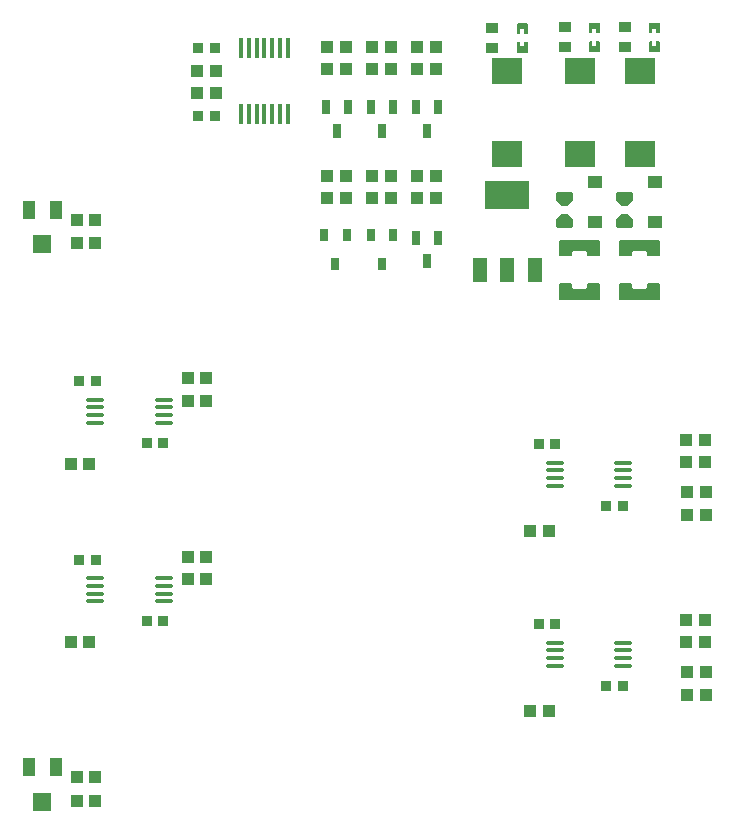
<source format=gbp>
G04 Layer: BottomPasteMaskLayer*
G04 EasyEDA v6.5.34, 2023-09-22 05:43:39*
G04 5a9e321870784d179380c5b7005af72b,5a6b42c53f6a479593ecc07194224c93,10*
G04 Gerber Generator version 0.2*
G04 Scale: 100 percent, Rotated: No, Reflected: No *
G04 Dimensions in millimeters *
G04 leading zeros omitted , absolute positions ,4 integer and 5 decimal *
%FSLAX45Y45*%
%MOMM*%

%AMMACRO1*21,1,$1,$2,0,0,$3*%
%ADD10MACRO1,1X1.1X0.0000*%
%ADD11MACRO1,0.4X1.7X0.0000*%
%ADD12MACRO1,0.8X0.9X0.0000*%
%ADD13MACRO1,0.7X1.25X0.0000*%
%ADD14MACRO1,1.25X0.7X90.0000*%
%ADD15MACRO1,1.07X0.6X90.0000*%
%ADD16MACRO1,1.1001X1.5999X0.0000*%
%ADD17MACRO1,1.6002X1.5999X0.0000*%
%ADD18MACRO1,1.0998X1.5999X0.0000*%
%ADD19MACRO1,2.3X3.8X90.0000*%
%ADD20MACRO1,2X1.2X90.0000*%
%ADD21O,1.499997X0.3999992*%
%ADD22MACRO1,0.7999X0.9X0.0000*%
%ADD23MACRO1,0.95X1.15X-90.0000*%
%ADD24R,2.5920X2.2075*%
%ADD25MACRO1,2.592X2.2075X0.0000*%
%ADD26MACRO1,1X0.8999X0.0000*%
%ADD27C,0.0159*%

%LPD*%
G36*
X-1307185Y3815435D02*
G01*
X-1317193Y3805428D01*
X-1317193Y3736695D01*
X-1270406Y3698189D01*
X-1226312Y3698189D01*
X-1179525Y3736695D01*
X-1179525Y3805428D01*
X-1189482Y3815435D01*
G37*
G36*
X-1270406Y3626154D02*
G01*
X-1317193Y3587648D01*
X-1317193Y3518915D01*
X-1307185Y3508908D01*
X-1189482Y3508908D01*
X-1179525Y3518915D01*
X-1179525Y3587648D01*
X-1226312Y3626154D01*
G37*
G36*
X-799185Y3815435D02*
G01*
X-809193Y3805428D01*
X-809193Y3736695D01*
X-762406Y3698189D01*
X-718312Y3698189D01*
X-671525Y3736695D01*
X-671525Y3805428D01*
X-681482Y3815435D01*
G37*
G36*
X-762406Y3626154D02*
G01*
X-809193Y3587648D01*
X-809193Y3518915D01*
X-799185Y3508908D01*
X-681482Y3508908D01*
X-671525Y3518915D01*
X-671525Y3587648D01*
X-718312Y3626154D01*
G37*
G36*
X-1643989Y5083606D02*
G01*
X-1649018Y5078577D01*
X-1649018Y4998618D01*
X-1643989Y4993589D01*
X-1564030Y4993589D01*
X-1559001Y4998618D01*
X-1559001Y5078577D01*
X-1564030Y5083606D01*
X-1588211Y5083606D01*
X-1588211Y5046573D01*
X-1621231Y5046573D01*
X-1621231Y5083606D01*
G37*
G36*
X-1643989Y5242610D02*
G01*
X-1649018Y5237581D01*
X-1649018Y5158587D01*
X-1643989Y5153609D01*
X-1621231Y5153609D01*
X-1621231Y5191607D01*
X-1588211Y5191607D01*
X-1588211Y5153609D01*
X-1564030Y5153609D01*
X-1559001Y5158587D01*
X-1559001Y5237581D01*
X-1564030Y5242610D01*
G37*
G36*
X-1034338Y5088178D02*
G01*
X-1039368Y5083149D01*
X-1039368Y5003190D01*
X-1034338Y4998161D01*
X-954379Y4998161D01*
X-949350Y5003190D01*
X-949350Y5083149D01*
X-954379Y5088178D01*
X-978560Y5088178D01*
X-978560Y5051145D01*
X-1011580Y5051145D01*
X-1011580Y5088178D01*
G37*
G36*
X-1034338Y5247182D02*
G01*
X-1039368Y5242153D01*
X-1039368Y5163159D01*
X-1034338Y5158181D01*
X-1011580Y5158181D01*
X-1011580Y5196179D01*
X-978560Y5196179D01*
X-978560Y5158181D01*
X-954379Y5158181D01*
X-949350Y5163159D01*
X-949350Y5242153D01*
X-954379Y5247182D01*
G37*
G36*
X-526338Y5088178D02*
G01*
X-531368Y5083149D01*
X-531368Y5003190D01*
X-526338Y4998161D01*
X-446379Y4998161D01*
X-441350Y5003190D01*
X-441350Y5083149D01*
X-446379Y5088178D01*
X-470560Y5088178D01*
X-470560Y5051145D01*
X-503580Y5051145D01*
X-503580Y5088178D01*
G37*
G36*
X-526338Y5247182D02*
G01*
X-531368Y5242153D01*
X-531368Y5163159D01*
X-526338Y5158181D01*
X-503580Y5158181D01*
X-503580Y5196179D01*
X-470560Y5196179D01*
X-470560Y5158181D01*
X-446379Y5158181D01*
X-441350Y5163159D01*
X-441350Y5242153D01*
X-446379Y5247182D01*
G37*
G36*
X-1286306Y3409848D02*
G01*
X-1296314Y3399840D01*
X-1296314Y3279190D01*
X-1286306Y3269183D01*
X-1190853Y3269183D01*
X-1180846Y3279190D01*
X-1180846Y3306978D01*
X-1170838Y3316986D01*
X-1071880Y3316986D01*
X-1061872Y3306978D01*
X-1061872Y3279190D01*
X-1051864Y3269183D01*
X-956411Y3269183D01*
X-946403Y3279190D01*
X-946403Y3399840D01*
X-956411Y3409848D01*
G37*
G36*
X-1286306Y3039160D02*
G01*
X-1296314Y3029153D01*
X-1296314Y2908503D01*
X-1286306Y2898495D01*
X-956411Y2898495D01*
X-946403Y2908503D01*
X-946403Y3029153D01*
X-956411Y3039160D01*
X-1051864Y3039160D01*
X-1061872Y3029153D01*
X-1061872Y3001365D01*
X-1071880Y2991358D01*
X-1170838Y2991358D01*
X-1180846Y3001365D01*
X-1180846Y3029153D01*
X-1190853Y3039160D01*
G37*
G36*
X-778306Y3409848D02*
G01*
X-788314Y3399840D01*
X-788314Y3279190D01*
X-778306Y3269183D01*
X-682853Y3269183D01*
X-672846Y3279190D01*
X-672846Y3306978D01*
X-662838Y3316986D01*
X-563880Y3316986D01*
X-553872Y3306978D01*
X-553872Y3279190D01*
X-543864Y3269183D01*
X-448411Y3269183D01*
X-438404Y3279190D01*
X-438404Y3399840D01*
X-448411Y3409848D01*
G37*
G36*
X-778306Y3039160D02*
G01*
X-788314Y3029153D01*
X-788314Y2908503D01*
X-778306Y2898495D01*
X-448411Y2898495D01*
X-438404Y2908503D01*
X-438404Y3029153D01*
X-448411Y3039160D01*
X-543864Y3039160D01*
X-553872Y3029153D01*
X-553872Y3001365D01*
X-563880Y2991358D01*
X-662838Y2991358D01*
X-672846Y3001365D01*
X-672846Y3029153D01*
X-682853Y3039160D01*
G37*
D10*
G01*
X-2713992Y4851400D03*
G01*
X-2873992Y4851400D03*
G01*
X-2332992Y4851400D03*
G01*
X-2492992Y4851400D03*
G01*
X-2713992Y5041900D03*
G01*
X-2873992Y5041900D03*
G01*
X-2332992Y5041900D03*
G01*
X-2492992Y5041900D03*
D11*
G01*
X-3983403Y5029809D03*
G01*
X-3918404Y5029809D03*
G01*
X-3853406Y5029809D03*
G01*
X-3788407Y5029809D03*
G01*
X-3723408Y5029809D03*
G01*
X-3658410Y5029809D03*
G01*
X-3593411Y5029809D03*
G01*
X-3593411Y4469790D03*
G01*
X-3658410Y4469790D03*
G01*
X-3723408Y4469790D03*
G01*
X-3788407Y4469790D03*
G01*
X-3853406Y4469790D03*
G01*
X-3918404Y4469790D03*
G01*
X-3983403Y4469790D03*
D12*
G01*
X-4209896Y4457700D03*
G01*
X-4349894Y4457700D03*
D13*
G01*
X-3269995Y4532299D03*
G01*
X-3080003Y4532299D03*
G01*
X-3174999Y4332300D03*
G01*
X-2888995Y4532299D03*
G01*
X-2699003Y4532299D03*
G01*
X-2793999Y4332300D03*
D14*
G01*
X-2413001Y4332300D03*
G01*
X-2507994Y4532299D03*
G01*
X-2318003Y4532299D03*
D15*
G01*
X-3282695Y3450899D03*
G01*
X-3092703Y3450899D03*
G01*
X-3187699Y3203900D03*
G01*
X-2888995Y3450899D03*
G01*
X-2699003Y3450899D03*
G01*
X-2793999Y3203900D03*
D14*
G01*
X-2507995Y3427399D03*
G01*
X-2318005Y3427399D03*
G01*
X-2413001Y3227400D03*
D10*
G01*
X-4199892Y4838700D03*
G01*
X-4359892Y4838700D03*
G01*
X-4199892Y4648200D03*
G01*
X-4359892Y4648200D03*
D12*
G01*
X-4209896Y5029200D03*
G01*
X-4349894Y5029200D03*
D10*
G01*
X-3094992Y5041900D03*
G01*
X-3254992Y5041900D03*
G01*
X-3094992Y4851400D03*
G01*
X-3254992Y4851400D03*
G01*
X-3094992Y3949700D03*
G01*
X-3254992Y3949700D03*
G01*
X-3094992Y3759200D03*
G01*
X-3254992Y3759200D03*
G01*
X-2713992Y3949700D03*
G01*
X-2873992Y3949700D03*
G01*
X-2713992Y3759200D03*
G01*
X-2873992Y3759200D03*
G01*
X-2332992Y3949700D03*
G01*
X-2492992Y3949700D03*
G01*
X-2332992Y3759200D03*
G01*
X-2492992Y3759200D03*
G01*
X-5219702Y3378200D03*
G01*
X-5379702Y3378200D03*
D16*
G01*
X-5782995Y-1059700D03*
D17*
G01*
X-5668022Y-1349717D03*
D18*
G01*
X-5553036Y-1059700D03*
D10*
G01*
X-5219702Y-1344396D03*
G01*
X-5379702Y-1344396D03*
G01*
X-5219702Y-1143000D03*
G01*
X-5379702Y-1143000D03*
G01*
X-5219702Y3579596D03*
G01*
X-5379702Y3579596D03*
G01*
X-4279902Y723900D03*
G01*
X-4439902Y723900D03*
G01*
X-4439917Y533400D03*
G01*
X-4279917Y533400D03*
G01*
X-4439917Y2044700D03*
G01*
X-4279917Y2044700D03*
G01*
X-4279902Y2235200D03*
G01*
X-4439902Y2235200D03*
G01*
X-59692Y1714500D03*
G01*
X-219692Y1714500D03*
G01*
X-59692Y1524000D03*
G01*
X-219692Y1524000D03*
G01*
X-46992Y1270000D03*
G01*
X-206992Y1270000D03*
G01*
X-46992Y1079500D03*
G01*
X-206992Y1079500D03*
G01*
X-59692Y0D03*
G01*
X-219692Y0D03*
G01*
X-59692Y190500D03*
G01*
X-219692Y190500D03*
G01*
X-46992Y-444500D03*
G01*
X-206992Y-444500D03*
G01*
X-46992Y-254000D03*
G01*
X-206992Y-254000D03*
D19*
G01*
X-1731009Y3784598D03*
D20*
G01*
X-1731009Y3149600D03*
G01*
X-1961006Y3149600D03*
G01*
X-1501012Y3149600D03*
D16*
G01*
X-5782995Y3662895D03*
D17*
G01*
X-5668022Y3372878D03*
D18*
G01*
X-5553036Y3662895D03*
D21*
G01*
X-751408Y1519936D03*
G01*
X-1331391Y1324863D03*
G01*
X-1331391Y1389887D03*
G01*
X-1331391Y1454912D03*
G01*
X-1331391Y1519936D03*
G01*
X-751408Y1324863D03*
G01*
X-751408Y1389887D03*
G01*
X-751408Y1454912D03*
D12*
G01*
X-755496Y1155700D03*
G01*
X-895494Y1155700D03*
D22*
G01*
X-1466999Y1676400D03*
D12*
G01*
X-1326997Y1676400D03*
D10*
G01*
X-1380492Y939800D03*
G01*
X-1540492Y939800D03*
G01*
X-1376682Y-584200D03*
G01*
X-1536682Y-584200D03*
D22*
G01*
X-1466999Y152400D03*
D12*
G01*
X-1326997Y152400D03*
G01*
X-755496Y-368300D03*
G01*
X-895494Y-368300D03*
D21*
G01*
X-751408Y-4063D03*
G01*
X-1331391Y-199136D03*
G01*
X-1331391Y-134112D03*
G01*
X-1331391Y-69087D03*
G01*
X-1331391Y-4063D03*
G01*
X-751408Y-199136D03*
G01*
X-751408Y-134112D03*
G01*
X-751408Y-69087D03*
D10*
G01*
X-5270502Y0D03*
G01*
X-5430502Y0D03*
D22*
G01*
X-5357009Y698500D03*
D12*
G01*
X-5217007Y698500D03*
G01*
X-4645506Y177800D03*
G01*
X-4785504Y177800D03*
D21*
G01*
X-4641418Y542036D03*
G01*
X-5221401Y346963D03*
G01*
X-5221401Y411987D03*
G01*
X-5221401Y477012D03*
G01*
X-5221401Y542036D03*
G01*
X-4641418Y346963D03*
G01*
X-4641418Y411987D03*
G01*
X-4641418Y477012D03*
G01*
X-4641418Y2053336D03*
G01*
X-5221401Y1858263D03*
G01*
X-5221401Y1923287D03*
G01*
X-5221401Y1988312D03*
G01*
X-5221401Y2053336D03*
G01*
X-4641418Y1858263D03*
G01*
X-4641418Y1923287D03*
G01*
X-4641418Y1988312D03*
D12*
G01*
X-4645506Y1689100D03*
G01*
X-4785504Y1689100D03*
D22*
G01*
X-5357009Y2209800D03*
D12*
G01*
X-5217007Y2209800D03*
D10*
G01*
X-5270502Y1511300D03*
G01*
X-5430502Y1511300D03*
D23*
G01*
X-994359Y3894912D03*
G01*
X-994359Y3556431D03*
G01*
X-486359Y3894912D03*
G01*
X-486359Y3556431D03*
D24*
G01*
X-1731009Y4131970D03*
D25*
G01*
X-1731009Y4834224D03*
D26*
G01*
X-1858017Y5033091D03*
G01*
X-1858017Y5203090D03*
G01*
X-1248366Y5037663D03*
G01*
X-1248366Y5207662D03*
D24*
G01*
X-1121359Y4136542D03*
D25*
G01*
X-1121359Y4838796D03*
D26*
G01*
X-740366Y5037663D03*
G01*
X-740366Y5207662D03*
D24*
G01*
X-613359Y4136542D03*
D25*
G01*
X-613359Y4838796D03*
M02*

</source>
